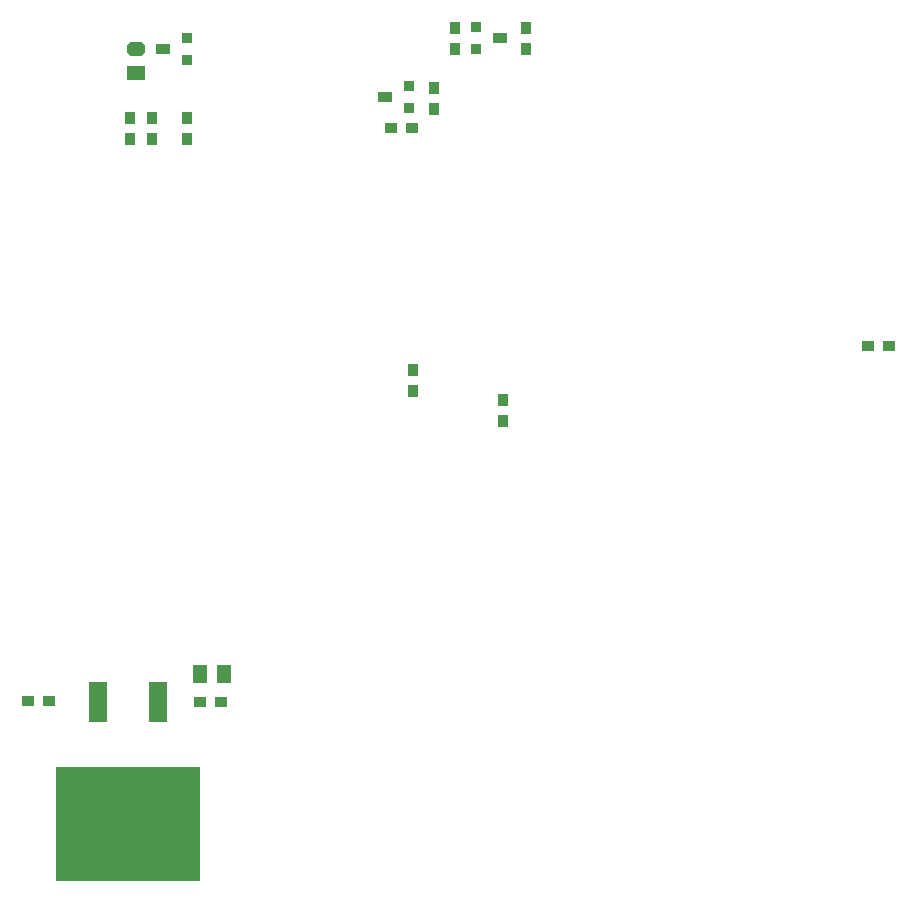
<source format=gtp>
G04*
G04 #@! TF.GenerationSoftware,Altium Limited,Altium Designer,18.0.7 (293)*
G04*
G04 Layer_Color=8421504*
%FSLAX24Y24*%
%MOIN*%
G70*
G01*
G75*
%ADD15R,0.0400X0.0380*%
%ADD16R,0.0450X0.0600*%
%ADD17R,0.0380X0.0400*%
G04:AMPARAMS|DCode=18|XSize=45mil|YSize=60mil|CornerRadius=0mil|HoleSize=0mil|Usage=FLASHONLY|Rotation=90.000|XOffset=0mil|YOffset=0mil|HoleType=Round|Shape=Octagon|*
%AMOCTAGOND18*
4,1,8,-0.0300,-0.0113,-0.0300,0.0113,-0.0188,0.0225,0.0188,0.0225,0.0300,0.0113,0.0300,-0.0113,0.0188,-0.0225,-0.0188,-0.0225,-0.0300,-0.0113,0.0*
%
%ADD18OCTAGOND18*%

%ADD19R,0.0600X0.0450*%
%ADD20R,0.0360X0.0360*%
%ADD21R,0.0500X0.0360*%
%ADD22R,0.0630X0.1378*%
%ADD23R,0.4803X0.3839*%
D15*
X5100Y6400D02*
D03*
X4400D02*
D03*
X10150Y6388D02*
D03*
X10850D02*
D03*
X16500Y25500D02*
D03*
X17200D02*
D03*
X33100Y18250D02*
D03*
X32400D02*
D03*
D16*
X10150Y7300D02*
D03*
X10950D02*
D03*
D17*
X17250Y16750D02*
D03*
Y17450D02*
D03*
X20250Y15750D02*
D03*
Y16450D02*
D03*
X7800Y25850D02*
D03*
Y25150D02*
D03*
X9700D02*
D03*
Y25850D02*
D03*
X8550D02*
D03*
Y25150D02*
D03*
X21000Y28850D02*
D03*
Y28150D02*
D03*
X17950Y26850D02*
D03*
Y26150D02*
D03*
X18650Y28150D02*
D03*
Y28850D02*
D03*
D18*
X8000Y28150D02*
D03*
D19*
Y27350D02*
D03*
D20*
X9700Y27770D02*
D03*
Y28520D02*
D03*
X17100Y26170D02*
D03*
Y26920D02*
D03*
X19350Y28880D02*
D03*
Y28130D02*
D03*
D21*
X8900Y28150D02*
D03*
X16300Y26550D02*
D03*
X20150Y28500D02*
D03*
D22*
X6750Y6388D02*
D03*
X8750D02*
D03*
D23*
X7750Y2313D02*
D03*
M02*

</source>
